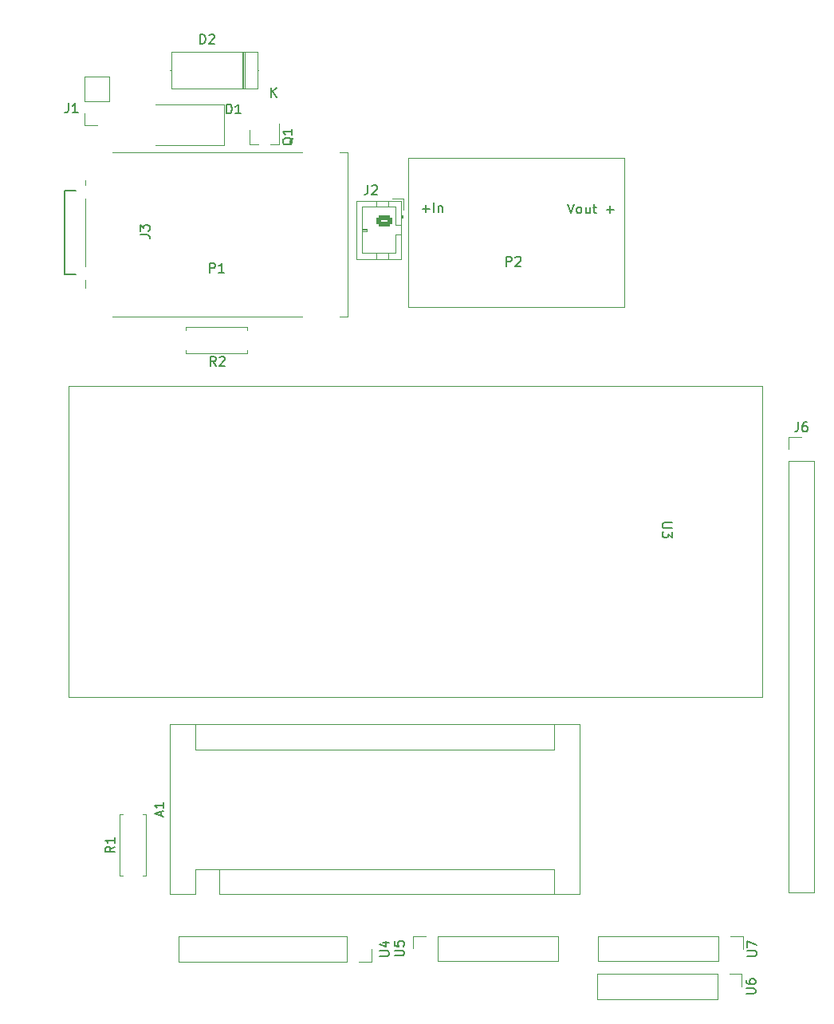
<source format=gto>
G04 #@! TF.GenerationSoftware,KiCad,Pcbnew,(6.0.6)*
G04 #@! TF.CreationDate,2022-07-04T23:33:01+02:00*
G04 #@! TF.ProjectId,vogelhuisje_kicad,766f6765-6c68-4756-9973-6a655f6b6963,rev?*
G04 #@! TF.SameCoordinates,Original*
G04 #@! TF.FileFunction,Legend,Top*
G04 #@! TF.FilePolarity,Positive*
%FSLAX46Y46*%
G04 Gerber Fmt 4.6, Leading zero omitted, Abs format (unit mm)*
G04 Created by KiCad (PCBNEW (6.0.6)) date 2022-07-04 23:33:01*
%MOMM*%
%LPD*%
G01*
G04 APERTURE LIST*
G04 Aperture macros list*
%AMRoundRect*
0 Rectangle with rounded corners*
0 $1 Rounding radius*
0 $2 $3 $4 $5 $6 $7 $8 $9 X,Y pos of 4 corners*
0 Add a 4 corners polygon primitive as box body*
4,1,4,$2,$3,$4,$5,$6,$7,$8,$9,$2,$3,0*
0 Add four circle primitives for the rounded corners*
1,1,$1+$1,$2,$3*
1,1,$1+$1,$4,$5*
1,1,$1+$1,$6,$7*
1,1,$1+$1,$8,$9*
0 Add four rect primitives between the rounded corners*
20,1,$1+$1,$2,$3,$4,$5,0*
20,1,$1+$1,$4,$5,$6,$7,0*
20,1,$1+$1,$6,$7,$8,$9,0*
20,1,$1+$1,$8,$9,$2,$3,0*%
G04 Aperture macros list end*
%ADD10C,0.150000*%
%ADD11C,0.120000*%
%ADD12C,0.200000*%
%ADD13C,0.010000*%
%ADD14R,1.700000X1.700000*%
%ADD15O,1.700000X1.700000*%
%ADD16R,1.200000X0.700000*%
%ADD17R,1.200000X0.760000*%
%ADD18R,1.200000X0.800000*%
%ADD19R,3.500000X2.300000*%
%ADD20R,4.000000X4.000000*%
%ADD21C,3.000000*%
%ADD22C,1.600000*%
%ADD23O,1.600000X1.600000*%
%ADD24RoundRect,0.250000X-0.625000X0.350000X-0.625000X-0.350000X0.625000X-0.350000X0.625000X0.350000X0*%
%ADD25O,1.750000X1.200000*%
%ADD26R,0.800000X0.900000*%
%ADD27R,2.800000X2.800000*%
%ADD28O,2.800000X2.800000*%
%ADD29C,7.600000*%
%ADD30R,1.600000X1.600000*%
%ADD31C,1.524000*%
G04 APERTURE END LIST*
D10*
X73166666Y-80252380D02*
X73166666Y-80966666D01*
X73119047Y-81109523D01*
X73023809Y-81204761D01*
X72880952Y-81252380D01*
X72785714Y-81252380D01*
X74166666Y-81252380D02*
X73595238Y-81252380D01*
X73880952Y-81252380D02*
X73880952Y-80252380D01*
X73785714Y-80395238D01*
X73690476Y-80490476D01*
X73595238Y-80538095D01*
X80787380Y-94188333D02*
X81501666Y-94188333D01*
X81644523Y-94235952D01*
X81739761Y-94331190D01*
X81787380Y-94474047D01*
X81787380Y-94569285D01*
X80787380Y-93807380D02*
X80787380Y-93188333D01*
X81168333Y-93521666D01*
X81168333Y-93378809D01*
X81215952Y-93283571D01*
X81263571Y-93235952D01*
X81358809Y-93188333D01*
X81596904Y-93188333D01*
X81692142Y-93235952D01*
X81739761Y-93283571D01*
X81787380Y-93378809D01*
X81787380Y-93664523D01*
X81739761Y-93759761D01*
X81692142Y-93807380D01*
X89961904Y-81352380D02*
X89961904Y-80352380D01*
X90200000Y-80352380D01*
X90342857Y-80400000D01*
X90438095Y-80495238D01*
X90485714Y-80590476D01*
X90533333Y-80780952D01*
X90533333Y-80923809D01*
X90485714Y-81114285D01*
X90438095Y-81209523D01*
X90342857Y-81304761D01*
X90200000Y-81352380D01*
X89961904Y-81352380D01*
X91485714Y-81352380D02*
X90914285Y-81352380D01*
X91200000Y-81352380D02*
X91200000Y-80352380D01*
X91104761Y-80495238D01*
X91009523Y-80590476D01*
X90914285Y-80638095D01*
X88191904Y-98222380D02*
X88191904Y-97222380D01*
X88572857Y-97222380D01*
X88668095Y-97270000D01*
X88715714Y-97317619D01*
X88763333Y-97412857D01*
X88763333Y-97555714D01*
X88715714Y-97650952D01*
X88668095Y-97698571D01*
X88572857Y-97746190D01*
X88191904Y-97746190D01*
X89715714Y-98222380D02*
X89144285Y-98222380D01*
X89430000Y-98222380D02*
X89430000Y-97222380D01*
X89334761Y-97365238D01*
X89239523Y-97460476D01*
X89144285Y-97508095D01*
X119681904Y-97537380D02*
X119681904Y-96537380D01*
X120062857Y-96537380D01*
X120158095Y-96585000D01*
X120205714Y-96632619D01*
X120253333Y-96727857D01*
X120253333Y-96870714D01*
X120205714Y-96965952D01*
X120158095Y-97013571D01*
X120062857Y-97061190D01*
X119681904Y-97061190D01*
X120634285Y-96632619D02*
X120681904Y-96585000D01*
X120777142Y-96537380D01*
X121015238Y-96537380D01*
X121110476Y-96585000D01*
X121158095Y-96632619D01*
X121205714Y-96727857D01*
X121205714Y-96823095D01*
X121158095Y-96965952D01*
X120586666Y-97537380D01*
X121205714Y-97537380D01*
X110748571Y-91456428D02*
X111510476Y-91456428D01*
X111129523Y-91837380D02*
X111129523Y-91075476D01*
X111986666Y-91837380D02*
X111986666Y-90837380D01*
X112462857Y-91170714D02*
X112462857Y-91837380D01*
X112462857Y-91265952D02*
X112510476Y-91218333D01*
X112605714Y-91170714D01*
X112748571Y-91170714D01*
X112843809Y-91218333D01*
X112891428Y-91313571D01*
X112891428Y-91837380D01*
X126196190Y-90937380D02*
X126529523Y-91937380D01*
X126862857Y-90937380D01*
X127339047Y-91937380D02*
X127243809Y-91889761D01*
X127196190Y-91842142D01*
X127148571Y-91746904D01*
X127148571Y-91461190D01*
X127196190Y-91365952D01*
X127243809Y-91318333D01*
X127339047Y-91270714D01*
X127481904Y-91270714D01*
X127577142Y-91318333D01*
X127624761Y-91365952D01*
X127672380Y-91461190D01*
X127672380Y-91746904D01*
X127624761Y-91842142D01*
X127577142Y-91889761D01*
X127481904Y-91937380D01*
X127339047Y-91937380D01*
X128529523Y-91270714D02*
X128529523Y-91937380D01*
X128100952Y-91270714D02*
X128100952Y-91794523D01*
X128148571Y-91889761D01*
X128243809Y-91937380D01*
X128386666Y-91937380D01*
X128481904Y-91889761D01*
X128529523Y-91842142D01*
X128862857Y-91270714D02*
X129243809Y-91270714D01*
X129005714Y-90937380D02*
X129005714Y-91794523D01*
X129053333Y-91889761D01*
X129148571Y-91937380D01*
X129243809Y-91937380D01*
X130339047Y-91556428D02*
X131100952Y-91556428D01*
X130720000Y-91937380D02*
X130720000Y-91175476D01*
X88833333Y-108152380D02*
X88500000Y-107676190D01*
X88261904Y-108152380D02*
X88261904Y-107152380D01*
X88642857Y-107152380D01*
X88738095Y-107200000D01*
X88785714Y-107247619D01*
X88833333Y-107342857D01*
X88833333Y-107485714D01*
X88785714Y-107580952D01*
X88738095Y-107628571D01*
X88642857Y-107676190D01*
X88261904Y-107676190D01*
X89214285Y-107247619D02*
X89261904Y-107200000D01*
X89357142Y-107152380D01*
X89595238Y-107152380D01*
X89690476Y-107200000D01*
X89738095Y-107247619D01*
X89785714Y-107342857D01*
X89785714Y-107438095D01*
X89738095Y-107580952D01*
X89166666Y-108152380D01*
X89785714Y-108152380D01*
X104966666Y-88952380D02*
X104966666Y-89666666D01*
X104919047Y-89809523D01*
X104823809Y-89904761D01*
X104680952Y-89952380D01*
X104585714Y-89952380D01*
X105395238Y-89047619D02*
X105442857Y-89000000D01*
X105538095Y-88952380D01*
X105776190Y-88952380D01*
X105871428Y-89000000D01*
X105919047Y-89047619D01*
X105966666Y-89142857D01*
X105966666Y-89238095D01*
X105919047Y-89380952D01*
X105347619Y-89952380D01*
X105966666Y-89952380D01*
X97027619Y-83915238D02*
X96980000Y-84010476D01*
X96884761Y-84105714D01*
X96741904Y-84248571D01*
X96694285Y-84343809D01*
X96694285Y-84439047D01*
X96932380Y-84391428D02*
X96884761Y-84486666D01*
X96789523Y-84581904D01*
X96599047Y-84629523D01*
X96265714Y-84629523D01*
X96075238Y-84581904D01*
X95980000Y-84486666D01*
X95932380Y-84391428D01*
X95932380Y-84200952D01*
X95980000Y-84105714D01*
X96075238Y-84010476D01*
X96265714Y-83962857D01*
X96599047Y-83962857D01*
X96789523Y-84010476D01*
X96884761Y-84105714D01*
X96932380Y-84200952D01*
X96932380Y-84391428D01*
X96932380Y-83010476D02*
X96932380Y-83581904D01*
X96932380Y-83296190D02*
X95932380Y-83296190D01*
X96075238Y-83391428D01*
X96170476Y-83486666D01*
X96218095Y-83581904D01*
X145132380Y-174786904D02*
X145941904Y-174786904D01*
X146037142Y-174739285D01*
X146084761Y-174691666D01*
X146132380Y-174596428D01*
X146132380Y-174405952D01*
X146084761Y-174310714D01*
X146037142Y-174263095D01*
X145941904Y-174215476D01*
X145132380Y-174215476D01*
X145132380Y-173310714D02*
X145132380Y-173501190D01*
X145180000Y-173596428D01*
X145227619Y-173644047D01*
X145370476Y-173739285D01*
X145560952Y-173786904D01*
X145941904Y-173786904D01*
X146037142Y-173739285D01*
X146084761Y-173691666D01*
X146132380Y-173596428D01*
X146132380Y-173405952D01*
X146084761Y-173310714D01*
X146037142Y-173263095D01*
X145941904Y-173215476D01*
X145703809Y-173215476D01*
X145608571Y-173263095D01*
X145560952Y-173310714D01*
X145513333Y-173405952D01*
X145513333Y-173596428D01*
X145560952Y-173691666D01*
X145608571Y-173739285D01*
X145703809Y-173786904D01*
X78082380Y-159166666D02*
X77606190Y-159500000D01*
X78082380Y-159738095D02*
X77082380Y-159738095D01*
X77082380Y-159357142D01*
X77130000Y-159261904D01*
X77177619Y-159214285D01*
X77272857Y-159166666D01*
X77415714Y-159166666D01*
X77510952Y-159214285D01*
X77558571Y-159261904D01*
X77606190Y-159357142D01*
X77606190Y-159738095D01*
X78082380Y-158214285D02*
X78082380Y-158785714D01*
X78082380Y-158500000D02*
X77082380Y-158500000D01*
X77225238Y-158595238D01*
X77320476Y-158690476D01*
X77368095Y-158785714D01*
X87161904Y-73952380D02*
X87161904Y-72952380D01*
X87400000Y-72952380D01*
X87542857Y-73000000D01*
X87638095Y-73095238D01*
X87685714Y-73190476D01*
X87733333Y-73380952D01*
X87733333Y-73523809D01*
X87685714Y-73714285D01*
X87638095Y-73809523D01*
X87542857Y-73904761D01*
X87400000Y-73952380D01*
X87161904Y-73952380D01*
X88114285Y-73047619D02*
X88161904Y-73000000D01*
X88257142Y-72952380D01*
X88495238Y-72952380D01*
X88590476Y-73000000D01*
X88638095Y-73047619D01*
X88685714Y-73142857D01*
X88685714Y-73238095D01*
X88638095Y-73380952D01*
X88066666Y-73952380D01*
X88685714Y-73952380D01*
X94738095Y-79582380D02*
X94738095Y-78582380D01*
X95309523Y-79582380D02*
X94880952Y-79010952D01*
X95309523Y-78582380D02*
X94738095Y-79153809D01*
X106222380Y-170811904D02*
X107031904Y-170811904D01*
X107127142Y-170764285D01*
X107174761Y-170716666D01*
X107222380Y-170621428D01*
X107222380Y-170430952D01*
X107174761Y-170335714D01*
X107127142Y-170288095D01*
X107031904Y-170240476D01*
X106222380Y-170240476D01*
X106555714Y-169335714D02*
X107222380Y-169335714D01*
X106174761Y-169573809D02*
X106889047Y-169811904D01*
X106889047Y-169192857D01*
X83011666Y-155929285D02*
X83011666Y-155453095D01*
X83297380Y-156024523D02*
X82297380Y-155691190D01*
X83297380Y-155357857D01*
X83297380Y-154500714D02*
X83297380Y-155072142D01*
X83297380Y-154786428D02*
X82297380Y-154786428D01*
X82440238Y-154881666D01*
X82535476Y-154976904D01*
X82583095Y-155072142D01*
X150666666Y-114122380D02*
X150666666Y-114836666D01*
X150619047Y-114979523D01*
X150523809Y-115074761D01*
X150380952Y-115122380D01*
X150285714Y-115122380D01*
X151571428Y-114122380D02*
X151380952Y-114122380D01*
X151285714Y-114170000D01*
X151238095Y-114217619D01*
X151142857Y-114360476D01*
X151095238Y-114550952D01*
X151095238Y-114931904D01*
X151142857Y-115027142D01*
X151190476Y-115074761D01*
X151285714Y-115122380D01*
X151476190Y-115122380D01*
X151571428Y-115074761D01*
X151619047Y-115027142D01*
X151666666Y-114931904D01*
X151666666Y-114693809D01*
X151619047Y-114598571D01*
X151571428Y-114550952D01*
X151476190Y-114503333D01*
X151285714Y-114503333D01*
X151190476Y-114550952D01*
X151142857Y-114598571D01*
X151095238Y-114693809D01*
X145257380Y-170786904D02*
X146066904Y-170786904D01*
X146162142Y-170739285D01*
X146209761Y-170691666D01*
X146257380Y-170596428D01*
X146257380Y-170405952D01*
X146209761Y-170310714D01*
X146162142Y-170263095D01*
X146066904Y-170215476D01*
X145257380Y-170215476D01*
X145257380Y-169834523D02*
X145257380Y-169167857D01*
X146257380Y-169596428D01*
X107807380Y-170761904D02*
X108616904Y-170761904D01*
X108712142Y-170714285D01*
X108759761Y-170666666D01*
X108807380Y-170571428D01*
X108807380Y-170380952D01*
X108759761Y-170285714D01*
X108712142Y-170238095D01*
X108616904Y-170190476D01*
X107807380Y-170190476D01*
X107807380Y-169238095D02*
X107807380Y-169714285D01*
X108283571Y-169761904D01*
X108235952Y-169714285D01*
X108188333Y-169619047D01*
X108188333Y-169380952D01*
X108235952Y-169285714D01*
X108283571Y-169238095D01*
X108378809Y-169190476D01*
X108616904Y-169190476D01*
X108712142Y-169238095D01*
X108759761Y-169285714D01*
X108807380Y-169380952D01*
X108807380Y-169619047D01*
X108759761Y-169714285D01*
X108712142Y-169761904D01*
X137247619Y-124778095D02*
X136438095Y-124778095D01*
X136342857Y-124825714D01*
X136295238Y-124873333D01*
X136247619Y-124968571D01*
X136247619Y-125159047D01*
X136295238Y-125254285D01*
X136342857Y-125301904D01*
X136438095Y-125349523D01*
X137247619Y-125349523D01*
X137247619Y-125730476D02*
X137247619Y-126349523D01*
X136866666Y-126016190D01*
X136866666Y-126159047D01*
X136819047Y-126254285D01*
X136771428Y-126301904D01*
X136676190Y-126349523D01*
X136438095Y-126349523D01*
X136342857Y-126301904D01*
X136295238Y-126254285D01*
X136247619Y-126159047D01*
X136247619Y-125873333D01*
X136295238Y-125778095D01*
X136342857Y-125730476D01*
X68666666Y-72952380D02*
X68333333Y-72476190D01*
X68095238Y-72952380D02*
X68095238Y-71952380D01*
X68476190Y-71952380D01*
X68571428Y-72000000D01*
X68619047Y-72047619D01*
X68666666Y-72142857D01*
X68666666Y-72285714D01*
X68619047Y-72380952D01*
X68571428Y-72428571D01*
X68476190Y-72476190D01*
X68095238Y-72476190D01*
X69095238Y-72428571D02*
X69428571Y-72428571D01*
X69571428Y-72952380D02*
X69095238Y-72952380D01*
X69095238Y-71952380D01*
X69571428Y-71952380D01*
X70333333Y-72428571D02*
X70000000Y-72428571D01*
X70000000Y-72952380D02*
X70000000Y-71952380D01*
X70476190Y-71952380D01*
X71000000Y-71952380D02*
X71000000Y-72190476D01*
X70761904Y-72095238D02*
X71000000Y-72190476D01*
X71238095Y-72095238D01*
X70857142Y-72380952D02*
X71000000Y-72190476D01*
X71142857Y-72380952D01*
X71761904Y-71952380D02*
X71761904Y-72190476D01*
X71523809Y-72095238D02*
X71761904Y-72190476D01*
X72000000Y-72095238D01*
X71619047Y-72380952D02*
X71761904Y-72190476D01*
X71904761Y-72380952D01*
D11*
X74870000Y-82610000D02*
X74870000Y-81280000D01*
X77530000Y-77410000D02*
X74870000Y-77410000D01*
X74870000Y-80010000D02*
X74870000Y-77410000D01*
X77530000Y-80010000D02*
X77530000Y-77410000D01*
X77530000Y-80010000D02*
X74870000Y-80010000D01*
X76200000Y-82610000D02*
X74870000Y-82610000D01*
D12*
X72800000Y-89510000D02*
X72800000Y-98450000D01*
X73950000Y-89510000D02*
X72800000Y-89510000D01*
X72800000Y-98450000D02*
X73950000Y-98450000D01*
D11*
X89690000Y-84700000D02*
X82390000Y-84700000D01*
X89690000Y-84700000D02*
X89690000Y-80400000D01*
X89690000Y-80400000D02*
X82390000Y-80400000D01*
X74930000Y-102870000D02*
X102830000Y-102870000D01*
X102830000Y-102870000D02*
X102830000Y-85470000D01*
X102830000Y-85470000D02*
X74930000Y-85470000D01*
X74930000Y-85470000D02*
X74930000Y-102870000D01*
X132220000Y-86085000D02*
X132220000Y-101885000D01*
X132220000Y-101885000D02*
X109220000Y-101885000D01*
X109220000Y-101885000D02*
X109220000Y-86085000D01*
X109220000Y-86085000D02*
X132220000Y-86085000D01*
X85630000Y-104370000D02*
X85630000Y-104040000D01*
X85630000Y-106450000D02*
X85630000Y-106780000D01*
X85630000Y-104040000D02*
X92170000Y-104040000D01*
X92170000Y-104040000D02*
X92170000Y-104370000D01*
X92170000Y-106780000D02*
X92170000Y-106450000D01*
X85630000Y-106780000D02*
X92170000Y-106780000D01*
X108490000Y-90650000D02*
X103770000Y-90650000D01*
X108590000Y-92410000D02*
X108590000Y-92110000D01*
X107180000Y-96770000D02*
X107180000Y-96160000D01*
X104880000Y-93810000D02*
X104380000Y-93810000D01*
X107880000Y-96160000D02*
X107880000Y-94210000D01*
X107880000Y-93210000D02*
X107880000Y-91260000D01*
X107880000Y-91260000D02*
X104380000Y-91260000D01*
X105880000Y-96770000D02*
X105880000Y-96160000D01*
X107180000Y-90650000D02*
X107180000Y-91260000D01*
X104380000Y-93610000D02*
X104880000Y-93610000D01*
X103770000Y-90650000D02*
X103770000Y-96770000D01*
X104880000Y-93610000D02*
X104880000Y-93810000D01*
X107880000Y-94210000D02*
X108490000Y-94210000D01*
X108690000Y-92110000D02*
X108490000Y-92110000D01*
X104380000Y-91260000D02*
X104380000Y-96160000D01*
X108790000Y-91600000D02*
X108790000Y-90350000D01*
X108790000Y-90350000D02*
X107540000Y-90350000D01*
X104380000Y-96160000D02*
X107880000Y-96160000D01*
X108490000Y-92410000D02*
X108690000Y-92410000D01*
X105880000Y-90650000D02*
X105880000Y-91260000D01*
X108490000Y-93210000D02*
X107880000Y-93210000D01*
X103770000Y-96770000D02*
X108490000Y-96770000D01*
X108490000Y-96770000D02*
X108490000Y-90650000D01*
X108690000Y-92410000D02*
X108690000Y-92110000D01*
X104380000Y-93710000D02*
X104880000Y-93710000D01*
X95560000Y-84580000D02*
X95560000Y-82420000D01*
X92400000Y-84580000D02*
X93330000Y-84580000D01*
X95560000Y-84580000D02*
X94630000Y-84580000D01*
X92400000Y-84580000D02*
X92400000Y-83120000D01*
X144680000Y-172695000D02*
X144680000Y-174025000D01*
X142080000Y-172695000D02*
X142080000Y-175355000D01*
X142080000Y-172695000D02*
X129320000Y-172695000D01*
X129320000Y-172695000D02*
X129320000Y-175355000D01*
X143350000Y-172695000D02*
X144680000Y-172695000D01*
X142080000Y-175355000D02*
X129320000Y-175355000D01*
X81370000Y-155730000D02*
X81040000Y-155730000D01*
X81040000Y-162270000D02*
X81370000Y-162270000D01*
X78960000Y-162270000D02*
X78630000Y-162270000D01*
X81370000Y-162270000D02*
X81370000Y-155730000D01*
X78630000Y-162270000D02*
X78630000Y-155730000D01*
X78630000Y-155730000D02*
X78960000Y-155730000D01*
X93360000Y-76730000D02*
X93220000Y-76730000D01*
X91765000Y-78700000D02*
X91765000Y-74760000D01*
X93220000Y-78700000D02*
X93220000Y-74760000D01*
X83940000Y-76730000D02*
X84080000Y-76730000D01*
X91645000Y-78700000D02*
X91645000Y-74760000D01*
X93220000Y-74760000D02*
X84080000Y-74760000D01*
X91885000Y-78700000D02*
X91885000Y-74760000D01*
X84080000Y-78700000D02*
X93220000Y-78700000D01*
X84080000Y-74760000D02*
X84080000Y-78700000D01*
X84890000Y-168720000D02*
X84890000Y-171380000D01*
X102730000Y-168720000D02*
X102730000Y-171380000D01*
X102730000Y-171380000D02*
X84890000Y-171380000D01*
X105330000Y-171380000D02*
X104000000Y-171380000D01*
X102730000Y-168720000D02*
X84890000Y-168720000D01*
X105330000Y-170050000D02*
X105330000Y-171380000D01*
X127425000Y-164235000D02*
X127425000Y-146195000D01*
X127425000Y-146195000D02*
X83985000Y-146195000D01*
X83985000Y-146195000D02*
X83985000Y-164235000D01*
X89195000Y-161565000D02*
X124755000Y-161565000D01*
X89195000Y-164235000D02*
X127425000Y-164235000D01*
X86655000Y-148865000D02*
X124755000Y-148865000D01*
X86655000Y-148865000D02*
X86655000Y-146195000D01*
X124755000Y-148865000D02*
X124755000Y-146195000D01*
X83985000Y-164235000D02*
X86655000Y-164235000D01*
X89195000Y-161565000D02*
X86655000Y-161565000D01*
X124755000Y-161565000D02*
X124755000Y-164235000D01*
X86655000Y-161565000D02*
X86655000Y-164235000D01*
X89195000Y-161565000D02*
X89195000Y-164235000D01*
X149670000Y-164050000D02*
X152330000Y-164050000D01*
X152330000Y-118270000D02*
X152330000Y-164050000D01*
X149670000Y-118270000D02*
X152330000Y-118270000D01*
X149670000Y-117000000D02*
X149670000Y-115670000D01*
X149670000Y-115670000D02*
X151000000Y-115670000D01*
X149670000Y-118270000D02*
X149670000Y-164050000D01*
X142205000Y-168695000D02*
X129445000Y-168695000D01*
X142205000Y-168695000D02*
X142205000Y-171355000D01*
X129445000Y-168695000D02*
X129445000Y-171355000D01*
X144805000Y-168695000D02*
X144805000Y-170025000D01*
X142205000Y-171355000D02*
X129445000Y-171355000D01*
X143475000Y-168695000D02*
X144805000Y-168695000D01*
X125155000Y-171330000D02*
X125155000Y-168670000D01*
X112395000Y-168670000D02*
X125155000Y-168670000D01*
X109795000Y-170000000D02*
X109795000Y-168670000D01*
X112395000Y-171330000D02*
X112395000Y-168670000D01*
X112395000Y-171330000D02*
X125155000Y-171330000D01*
X109795000Y-168670000D02*
X111125000Y-168670000D01*
X146860000Y-110300000D02*
X73200000Y-110300000D01*
X73200000Y-110300000D02*
X73200000Y-143320000D01*
X73200000Y-143320000D02*
X146860000Y-143320000D01*
X146860000Y-143320000D02*
X146860000Y-110300000D01*
%LPC*%
G36*
X75734000Y-97651000D02*
G01*
X75768000Y-97654000D01*
X75802000Y-97658000D01*
X75835000Y-97664000D01*
X75868000Y-97672000D01*
X75901000Y-97682000D01*
X75933000Y-97693000D01*
X75964000Y-97706000D01*
X75995000Y-97721000D01*
X76025000Y-97737000D01*
X76054000Y-97755000D01*
X76082000Y-97774000D01*
X76109000Y-97795000D01*
X76135000Y-97817000D01*
X76160000Y-97840000D01*
X76183000Y-97865000D01*
X76205000Y-97891000D01*
X76226000Y-97918000D01*
X76245000Y-97946000D01*
X76263000Y-97975000D01*
X76279000Y-98005000D01*
X76294000Y-98036000D01*
X76307000Y-98067000D01*
X76318000Y-98099000D01*
X76328000Y-98132000D01*
X76336000Y-98165000D01*
X76342000Y-98198000D01*
X76346000Y-98232000D01*
X76349000Y-98266000D01*
X76350000Y-98300000D01*
X76349000Y-98334000D01*
X76346000Y-98368000D01*
X76342000Y-98402000D01*
X76336000Y-98435000D01*
X76328000Y-98468000D01*
X76318000Y-98501000D01*
X76307000Y-98533000D01*
X76294000Y-98564000D01*
X76279000Y-98595000D01*
X76263000Y-98625000D01*
X76245000Y-98654000D01*
X76226000Y-98682000D01*
X76205000Y-98709000D01*
X76183000Y-98735000D01*
X76160000Y-98760000D01*
X76135000Y-98783000D01*
X76109000Y-98805000D01*
X76082000Y-98826000D01*
X76054000Y-98845000D01*
X76025000Y-98863000D01*
X75995000Y-98879000D01*
X75964000Y-98894000D01*
X75933000Y-98907000D01*
X75901000Y-98918000D01*
X75868000Y-98928000D01*
X75835000Y-98936000D01*
X75802000Y-98942000D01*
X75768000Y-98946000D01*
X75734000Y-98949000D01*
X75700000Y-98950000D01*
X75100000Y-98950000D01*
X75066000Y-98949000D01*
X75032000Y-98946000D01*
X74998000Y-98942000D01*
X74965000Y-98936000D01*
X74932000Y-98928000D01*
X74899000Y-98918000D01*
X74867000Y-98907000D01*
X74836000Y-98894000D01*
X74805000Y-98879000D01*
X74775000Y-98863000D01*
X74746000Y-98845000D01*
X74718000Y-98826000D01*
X74691000Y-98805000D01*
X74665000Y-98783000D01*
X74640000Y-98760000D01*
X74617000Y-98735000D01*
X74595000Y-98709000D01*
X74574000Y-98682000D01*
X74555000Y-98654000D01*
X74537000Y-98625000D01*
X74521000Y-98595000D01*
X74506000Y-98564000D01*
X74493000Y-98533000D01*
X74482000Y-98501000D01*
X74472000Y-98468000D01*
X74464000Y-98435000D01*
X74458000Y-98402000D01*
X74454000Y-98368000D01*
X74451000Y-98334000D01*
X74450000Y-98300000D01*
X74451000Y-98266000D01*
X74454000Y-98232000D01*
X74458000Y-98198000D01*
X74464000Y-98165000D01*
X74472000Y-98132000D01*
X74482000Y-98099000D01*
X74493000Y-98067000D01*
X74506000Y-98036000D01*
X74521000Y-98005000D01*
X74537000Y-97975000D01*
X74555000Y-97946000D01*
X74574000Y-97918000D01*
X74595000Y-97891000D01*
X74617000Y-97865000D01*
X74640000Y-97840000D01*
X74665000Y-97817000D01*
X74691000Y-97795000D01*
X74718000Y-97774000D01*
X74746000Y-97755000D01*
X74775000Y-97737000D01*
X74805000Y-97721000D01*
X74836000Y-97706000D01*
X74867000Y-97693000D01*
X74899000Y-97682000D01*
X74932000Y-97672000D01*
X74965000Y-97664000D01*
X74998000Y-97658000D01*
X75032000Y-97654000D01*
X75066000Y-97651000D01*
X75100000Y-97650000D01*
X75700000Y-97650000D01*
X75734000Y-97651000D01*
G37*
D13*
X75734000Y-97651000D02*
X75768000Y-97654000D01*
X75802000Y-97658000D01*
X75835000Y-97664000D01*
X75868000Y-97672000D01*
X75901000Y-97682000D01*
X75933000Y-97693000D01*
X75964000Y-97706000D01*
X75995000Y-97721000D01*
X76025000Y-97737000D01*
X76054000Y-97755000D01*
X76082000Y-97774000D01*
X76109000Y-97795000D01*
X76135000Y-97817000D01*
X76160000Y-97840000D01*
X76183000Y-97865000D01*
X76205000Y-97891000D01*
X76226000Y-97918000D01*
X76245000Y-97946000D01*
X76263000Y-97975000D01*
X76279000Y-98005000D01*
X76294000Y-98036000D01*
X76307000Y-98067000D01*
X76318000Y-98099000D01*
X76328000Y-98132000D01*
X76336000Y-98165000D01*
X76342000Y-98198000D01*
X76346000Y-98232000D01*
X76349000Y-98266000D01*
X76350000Y-98300000D01*
X76349000Y-98334000D01*
X76346000Y-98368000D01*
X76342000Y-98402000D01*
X76336000Y-98435000D01*
X76328000Y-98468000D01*
X76318000Y-98501000D01*
X76307000Y-98533000D01*
X76294000Y-98564000D01*
X76279000Y-98595000D01*
X76263000Y-98625000D01*
X76245000Y-98654000D01*
X76226000Y-98682000D01*
X76205000Y-98709000D01*
X76183000Y-98735000D01*
X76160000Y-98760000D01*
X76135000Y-98783000D01*
X76109000Y-98805000D01*
X76082000Y-98826000D01*
X76054000Y-98845000D01*
X76025000Y-98863000D01*
X75995000Y-98879000D01*
X75964000Y-98894000D01*
X75933000Y-98907000D01*
X75901000Y-98918000D01*
X75868000Y-98928000D01*
X75835000Y-98936000D01*
X75802000Y-98942000D01*
X75768000Y-98946000D01*
X75734000Y-98949000D01*
X75700000Y-98950000D01*
X75100000Y-98950000D01*
X75066000Y-98949000D01*
X75032000Y-98946000D01*
X74998000Y-98942000D01*
X74965000Y-98936000D01*
X74932000Y-98928000D01*
X74899000Y-98918000D01*
X74867000Y-98907000D01*
X74836000Y-98894000D01*
X74805000Y-98879000D01*
X74775000Y-98863000D01*
X74746000Y-98845000D01*
X74718000Y-98826000D01*
X74691000Y-98805000D01*
X74665000Y-98783000D01*
X74640000Y-98760000D01*
X74617000Y-98735000D01*
X74595000Y-98709000D01*
X74574000Y-98682000D01*
X74555000Y-98654000D01*
X74537000Y-98625000D01*
X74521000Y-98595000D01*
X74506000Y-98564000D01*
X74493000Y-98533000D01*
X74482000Y-98501000D01*
X74472000Y-98468000D01*
X74464000Y-98435000D01*
X74458000Y-98402000D01*
X74454000Y-98368000D01*
X74451000Y-98334000D01*
X74450000Y-98300000D01*
X74451000Y-98266000D01*
X74454000Y-98232000D01*
X74458000Y-98198000D01*
X74464000Y-98165000D01*
X74472000Y-98132000D01*
X74482000Y-98099000D01*
X74493000Y-98067000D01*
X74506000Y-98036000D01*
X74521000Y-98005000D01*
X74537000Y-97975000D01*
X74555000Y-97946000D01*
X74574000Y-97918000D01*
X74595000Y-97891000D01*
X74617000Y-97865000D01*
X74640000Y-97840000D01*
X74665000Y-97817000D01*
X74691000Y-97795000D01*
X74718000Y-97774000D01*
X74746000Y-97755000D01*
X74775000Y-97737000D01*
X74805000Y-97721000D01*
X74836000Y-97706000D01*
X74867000Y-97693000D01*
X74899000Y-97682000D01*
X74932000Y-97672000D01*
X74965000Y-97664000D01*
X74998000Y-97658000D01*
X75032000Y-97654000D01*
X75066000Y-97651000D01*
X75100000Y-97650000D01*
X75700000Y-97650000D01*
X75734000Y-97651000D01*
G36*
X79534000Y-89011000D02*
G01*
X79568000Y-89014000D01*
X79602000Y-89018000D01*
X79635000Y-89024000D01*
X79668000Y-89032000D01*
X79701000Y-89042000D01*
X79733000Y-89053000D01*
X79764000Y-89066000D01*
X79795000Y-89081000D01*
X79825000Y-89097000D01*
X79854000Y-89115000D01*
X79882000Y-89134000D01*
X79909000Y-89155000D01*
X79935000Y-89177000D01*
X79960000Y-89200000D01*
X79983000Y-89225000D01*
X80005000Y-89251000D01*
X80026000Y-89278000D01*
X80045000Y-89306000D01*
X80063000Y-89335000D01*
X80079000Y-89365000D01*
X80094000Y-89396000D01*
X80107000Y-89427000D01*
X80118000Y-89459000D01*
X80128000Y-89492000D01*
X80136000Y-89525000D01*
X80142000Y-89558000D01*
X80146000Y-89592000D01*
X80149000Y-89626000D01*
X80150000Y-89660000D01*
X80149000Y-89694000D01*
X80146000Y-89728000D01*
X80142000Y-89762000D01*
X80136000Y-89795000D01*
X80128000Y-89828000D01*
X80118000Y-89861000D01*
X80107000Y-89893000D01*
X80094000Y-89924000D01*
X80079000Y-89955000D01*
X80063000Y-89985000D01*
X80045000Y-90014000D01*
X80026000Y-90042000D01*
X80005000Y-90069000D01*
X79983000Y-90095000D01*
X79960000Y-90120000D01*
X79935000Y-90143000D01*
X79909000Y-90165000D01*
X79882000Y-90186000D01*
X79854000Y-90205000D01*
X79825000Y-90223000D01*
X79795000Y-90239000D01*
X79764000Y-90254000D01*
X79733000Y-90267000D01*
X79701000Y-90278000D01*
X79668000Y-90288000D01*
X79635000Y-90296000D01*
X79602000Y-90302000D01*
X79568000Y-90306000D01*
X79534000Y-90309000D01*
X79500000Y-90310000D01*
X78900000Y-90310000D01*
X78866000Y-90309000D01*
X78832000Y-90306000D01*
X78798000Y-90302000D01*
X78765000Y-90296000D01*
X78732000Y-90288000D01*
X78699000Y-90278000D01*
X78667000Y-90267000D01*
X78636000Y-90254000D01*
X78605000Y-90239000D01*
X78575000Y-90223000D01*
X78546000Y-90205000D01*
X78518000Y-90186000D01*
X78491000Y-90165000D01*
X78465000Y-90143000D01*
X78440000Y-90120000D01*
X78417000Y-90095000D01*
X78395000Y-90069000D01*
X78374000Y-90042000D01*
X78355000Y-90014000D01*
X78337000Y-89985000D01*
X78321000Y-89955000D01*
X78306000Y-89924000D01*
X78293000Y-89893000D01*
X78282000Y-89861000D01*
X78272000Y-89828000D01*
X78264000Y-89795000D01*
X78258000Y-89762000D01*
X78254000Y-89728000D01*
X78251000Y-89694000D01*
X78250000Y-89660000D01*
X78251000Y-89626000D01*
X78254000Y-89592000D01*
X78258000Y-89558000D01*
X78264000Y-89525000D01*
X78272000Y-89492000D01*
X78282000Y-89459000D01*
X78293000Y-89427000D01*
X78306000Y-89396000D01*
X78321000Y-89365000D01*
X78337000Y-89335000D01*
X78355000Y-89306000D01*
X78374000Y-89278000D01*
X78395000Y-89251000D01*
X78417000Y-89225000D01*
X78440000Y-89200000D01*
X78465000Y-89177000D01*
X78491000Y-89155000D01*
X78518000Y-89134000D01*
X78546000Y-89115000D01*
X78575000Y-89097000D01*
X78605000Y-89081000D01*
X78636000Y-89066000D01*
X78667000Y-89053000D01*
X78699000Y-89042000D01*
X78732000Y-89032000D01*
X78765000Y-89024000D01*
X78798000Y-89018000D01*
X78832000Y-89014000D01*
X78866000Y-89011000D01*
X78900000Y-89010000D01*
X79500000Y-89010000D01*
X79534000Y-89011000D01*
G37*
X79534000Y-89011000D02*
X79568000Y-89014000D01*
X79602000Y-89018000D01*
X79635000Y-89024000D01*
X79668000Y-89032000D01*
X79701000Y-89042000D01*
X79733000Y-89053000D01*
X79764000Y-89066000D01*
X79795000Y-89081000D01*
X79825000Y-89097000D01*
X79854000Y-89115000D01*
X79882000Y-89134000D01*
X79909000Y-89155000D01*
X79935000Y-89177000D01*
X79960000Y-89200000D01*
X79983000Y-89225000D01*
X80005000Y-89251000D01*
X80026000Y-89278000D01*
X80045000Y-89306000D01*
X80063000Y-89335000D01*
X80079000Y-89365000D01*
X80094000Y-89396000D01*
X80107000Y-89427000D01*
X80118000Y-89459000D01*
X80128000Y-89492000D01*
X80136000Y-89525000D01*
X80142000Y-89558000D01*
X80146000Y-89592000D01*
X80149000Y-89626000D01*
X80150000Y-89660000D01*
X80149000Y-89694000D01*
X80146000Y-89728000D01*
X80142000Y-89762000D01*
X80136000Y-89795000D01*
X80128000Y-89828000D01*
X80118000Y-89861000D01*
X80107000Y-89893000D01*
X80094000Y-89924000D01*
X80079000Y-89955000D01*
X80063000Y-89985000D01*
X80045000Y-90014000D01*
X80026000Y-90042000D01*
X80005000Y-90069000D01*
X79983000Y-90095000D01*
X79960000Y-90120000D01*
X79935000Y-90143000D01*
X79909000Y-90165000D01*
X79882000Y-90186000D01*
X79854000Y-90205000D01*
X79825000Y-90223000D01*
X79795000Y-90239000D01*
X79764000Y-90254000D01*
X79733000Y-90267000D01*
X79701000Y-90278000D01*
X79668000Y-90288000D01*
X79635000Y-90296000D01*
X79602000Y-90302000D01*
X79568000Y-90306000D01*
X79534000Y-90309000D01*
X79500000Y-90310000D01*
X78900000Y-90310000D01*
X78866000Y-90309000D01*
X78832000Y-90306000D01*
X78798000Y-90302000D01*
X78765000Y-90296000D01*
X78732000Y-90288000D01*
X78699000Y-90278000D01*
X78667000Y-90267000D01*
X78636000Y-90254000D01*
X78605000Y-90239000D01*
X78575000Y-90223000D01*
X78546000Y-90205000D01*
X78518000Y-90186000D01*
X78491000Y-90165000D01*
X78465000Y-90143000D01*
X78440000Y-90120000D01*
X78417000Y-90095000D01*
X78395000Y-90069000D01*
X78374000Y-90042000D01*
X78355000Y-90014000D01*
X78337000Y-89985000D01*
X78321000Y-89955000D01*
X78306000Y-89924000D01*
X78293000Y-89893000D01*
X78282000Y-89861000D01*
X78272000Y-89828000D01*
X78264000Y-89795000D01*
X78258000Y-89762000D01*
X78254000Y-89728000D01*
X78251000Y-89694000D01*
X78250000Y-89660000D01*
X78251000Y-89626000D01*
X78254000Y-89592000D01*
X78258000Y-89558000D01*
X78264000Y-89525000D01*
X78272000Y-89492000D01*
X78282000Y-89459000D01*
X78293000Y-89427000D01*
X78306000Y-89396000D01*
X78321000Y-89365000D01*
X78337000Y-89335000D01*
X78355000Y-89306000D01*
X78374000Y-89278000D01*
X78395000Y-89251000D01*
X78417000Y-89225000D01*
X78440000Y-89200000D01*
X78465000Y-89177000D01*
X78491000Y-89155000D01*
X78518000Y-89134000D01*
X78546000Y-89115000D01*
X78575000Y-89097000D01*
X78605000Y-89081000D01*
X78636000Y-89066000D01*
X78667000Y-89053000D01*
X78699000Y-89042000D01*
X78732000Y-89032000D01*
X78765000Y-89024000D01*
X78798000Y-89018000D01*
X78832000Y-89014000D01*
X78866000Y-89011000D01*
X78900000Y-89010000D01*
X79500000Y-89010000D01*
X79534000Y-89011000D01*
G36*
X79534000Y-97651000D02*
G01*
X79568000Y-97654000D01*
X79602000Y-97658000D01*
X79635000Y-97664000D01*
X79668000Y-97672000D01*
X79701000Y-97682000D01*
X79733000Y-97693000D01*
X79764000Y-97706000D01*
X79795000Y-97721000D01*
X79825000Y-97737000D01*
X79854000Y-97755000D01*
X79882000Y-97774000D01*
X79909000Y-97795000D01*
X79935000Y-97817000D01*
X79960000Y-97840000D01*
X79983000Y-97865000D01*
X80005000Y-97891000D01*
X80026000Y-97918000D01*
X80045000Y-97946000D01*
X80063000Y-97975000D01*
X80079000Y-98005000D01*
X80094000Y-98036000D01*
X80107000Y-98067000D01*
X80118000Y-98099000D01*
X80128000Y-98132000D01*
X80136000Y-98165000D01*
X80142000Y-98198000D01*
X80146000Y-98232000D01*
X80149000Y-98266000D01*
X80150000Y-98300000D01*
X80149000Y-98334000D01*
X80146000Y-98368000D01*
X80142000Y-98402000D01*
X80136000Y-98435000D01*
X80128000Y-98468000D01*
X80118000Y-98501000D01*
X80107000Y-98533000D01*
X80094000Y-98564000D01*
X80079000Y-98595000D01*
X80063000Y-98625000D01*
X80045000Y-98654000D01*
X80026000Y-98682000D01*
X80005000Y-98709000D01*
X79983000Y-98735000D01*
X79960000Y-98760000D01*
X79935000Y-98783000D01*
X79909000Y-98805000D01*
X79882000Y-98826000D01*
X79854000Y-98845000D01*
X79825000Y-98863000D01*
X79795000Y-98879000D01*
X79764000Y-98894000D01*
X79733000Y-98907000D01*
X79701000Y-98918000D01*
X79668000Y-98928000D01*
X79635000Y-98936000D01*
X79602000Y-98942000D01*
X79568000Y-98946000D01*
X79534000Y-98949000D01*
X79500000Y-98950000D01*
X78900000Y-98950000D01*
X78866000Y-98949000D01*
X78832000Y-98946000D01*
X78798000Y-98942000D01*
X78765000Y-98936000D01*
X78732000Y-98928000D01*
X78699000Y-98918000D01*
X78667000Y-98907000D01*
X78636000Y-98894000D01*
X78605000Y-98879000D01*
X78575000Y-98863000D01*
X78546000Y-98845000D01*
X78518000Y-98826000D01*
X78491000Y-98805000D01*
X78465000Y-98783000D01*
X78440000Y-98760000D01*
X78417000Y-98735000D01*
X78395000Y-98709000D01*
X78374000Y-98682000D01*
X78355000Y-98654000D01*
X78337000Y-98625000D01*
X78321000Y-98595000D01*
X78306000Y-98564000D01*
X78293000Y-98533000D01*
X78282000Y-98501000D01*
X78272000Y-98468000D01*
X78264000Y-98435000D01*
X78258000Y-98402000D01*
X78254000Y-98368000D01*
X78251000Y-98334000D01*
X78250000Y-98300000D01*
X78251000Y-98266000D01*
X78254000Y-98232000D01*
X78258000Y-98198000D01*
X78264000Y-98165000D01*
X78272000Y-98132000D01*
X78282000Y-98099000D01*
X78293000Y-98067000D01*
X78306000Y-98036000D01*
X78321000Y-98005000D01*
X78337000Y-97975000D01*
X78355000Y-97946000D01*
X78374000Y-97918000D01*
X78395000Y-97891000D01*
X78417000Y-97865000D01*
X78440000Y-97840000D01*
X78465000Y-97817000D01*
X78491000Y-97795000D01*
X78518000Y-97774000D01*
X78546000Y-97755000D01*
X78575000Y-97737000D01*
X78605000Y-97721000D01*
X78636000Y-97706000D01*
X78667000Y-97693000D01*
X78699000Y-97682000D01*
X78732000Y-97672000D01*
X78765000Y-97664000D01*
X78798000Y-97658000D01*
X78832000Y-97654000D01*
X78866000Y-97651000D01*
X78900000Y-97650000D01*
X79500000Y-97650000D01*
X79534000Y-97651000D01*
G37*
X79534000Y-97651000D02*
X79568000Y-97654000D01*
X79602000Y-97658000D01*
X79635000Y-97664000D01*
X79668000Y-97672000D01*
X79701000Y-97682000D01*
X79733000Y-97693000D01*
X79764000Y-97706000D01*
X79795000Y-97721000D01*
X79825000Y-97737000D01*
X79854000Y-97755000D01*
X79882000Y-97774000D01*
X79909000Y-97795000D01*
X79935000Y-97817000D01*
X79960000Y-97840000D01*
X79983000Y-97865000D01*
X80005000Y-97891000D01*
X80026000Y-97918000D01*
X80045000Y-97946000D01*
X80063000Y-97975000D01*
X80079000Y-98005000D01*
X80094000Y-98036000D01*
X80107000Y-98067000D01*
X80118000Y-98099000D01*
X80128000Y-98132000D01*
X80136000Y-98165000D01*
X80142000Y-98198000D01*
X80146000Y-98232000D01*
X80149000Y-98266000D01*
X80150000Y-98300000D01*
X80149000Y-98334000D01*
X80146000Y-98368000D01*
X80142000Y-98402000D01*
X80136000Y-98435000D01*
X80128000Y-98468000D01*
X80118000Y-98501000D01*
X80107000Y-98533000D01*
X80094000Y-98564000D01*
X80079000Y-98595000D01*
X80063000Y-98625000D01*
X80045000Y-98654000D01*
X80026000Y-98682000D01*
X80005000Y-98709000D01*
X79983000Y-98735000D01*
X79960000Y-98760000D01*
X79935000Y-98783000D01*
X79909000Y-98805000D01*
X79882000Y-98826000D01*
X79854000Y-98845000D01*
X79825000Y-98863000D01*
X79795000Y-98879000D01*
X79764000Y-98894000D01*
X79733000Y-98907000D01*
X79701000Y-98918000D01*
X79668000Y-98928000D01*
X79635000Y-98936000D01*
X79602000Y-98942000D01*
X79568000Y-98946000D01*
X79534000Y-98949000D01*
X79500000Y-98950000D01*
X78900000Y-98950000D01*
X78866000Y-98949000D01*
X78832000Y-98946000D01*
X78798000Y-98942000D01*
X78765000Y-98936000D01*
X78732000Y-98928000D01*
X78699000Y-98918000D01*
X78667000Y-98907000D01*
X78636000Y-98894000D01*
X78605000Y-98879000D01*
X78575000Y-98863000D01*
X78546000Y-98845000D01*
X78518000Y-98826000D01*
X78491000Y-98805000D01*
X78465000Y-98783000D01*
X78440000Y-98760000D01*
X78417000Y-98735000D01*
X78395000Y-98709000D01*
X78374000Y-98682000D01*
X78355000Y-98654000D01*
X78337000Y-98625000D01*
X78321000Y-98595000D01*
X78306000Y-98564000D01*
X78293000Y-98533000D01*
X78282000Y-98501000D01*
X78272000Y-98468000D01*
X78264000Y-98435000D01*
X78258000Y-98402000D01*
X78254000Y-98368000D01*
X78251000Y-98334000D01*
X78250000Y-98300000D01*
X78251000Y-98266000D01*
X78254000Y-98232000D01*
X78258000Y-98198000D01*
X78264000Y-98165000D01*
X78272000Y-98132000D01*
X78282000Y-98099000D01*
X78293000Y-98067000D01*
X78306000Y-98036000D01*
X78321000Y-98005000D01*
X78337000Y-97975000D01*
X78355000Y-97946000D01*
X78374000Y-97918000D01*
X78395000Y-97891000D01*
X78417000Y-97865000D01*
X78440000Y-97840000D01*
X78465000Y-97817000D01*
X78491000Y-97795000D01*
X78518000Y-97774000D01*
X78546000Y-97755000D01*
X78575000Y-97737000D01*
X78605000Y-97721000D01*
X78636000Y-97706000D01*
X78667000Y-97693000D01*
X78699000Y-97682000D01*
X78732000Y-97672000D01*
X78765000Y-97664000D01*
X78798000Y-97658000D01*
X78832000Y-97654000D01*
X78866000Y-97651000D01*
X78900000Y-97650000D01*
X79500000Y-97650000D01*
X79534000Y-97651000D01*
G36*
X75734000Y-89011000D02*
G01*
X75768000Y-89014000D01*
X75802000Y-89018000D01*
X75835000Y-89024000D01*
X75868000Y-89032000D01*
X75901000Y-89042000D01*
X75933000Y-89053000D01*
X75964000Y-89066000D01*
X75995000Y-89081000D01*
X76025000Y-89097000D01*
X76054000Y-89115000D01*
X76082000Y-89134000D01*
X76109000Y-89155000D01*
X76135000Y-89177000D01*
X76160000Y-89200000D01*
X76183000Y-89225000D01*
X76205000Y-89251000D01*
X76226000Y-89278000D01*
X76245000Y-89306000D01*
X76263000Y-89335000D01*
X76279000Y-89365000D01*
X76294000Y-89396000D01*
X76307000Y-89427000D01*
X76318000Y-89459000D01*
X76328000Y-89492000D01*
X76336000Y-89525000D01*
X76342000Y-89558000D01*
X76346000Y-89592000D01*
X76349000Y-89626000D01*
X76350000Y-89660000D01*
X76349000Y-89694000D01*
X76346000Y-89728000D01*
X76342000Y-89762000D01*
X76336000Y-89795000D01*
X76328000Y-89828000D01*
X76318000Y-89861000D01*
X76307000Y-89893000D01*
X76294000Y-89924000D01*
X76279000Y-89955000D01*
X76263000Y-89985000D01*
X76245000Y-90014000D01*
X76226000Y-90042000D01*
X76205000Y-90069000D01*
X76183000Y-90095000D01*
X76160000Y-90120000D01*
X76135000Y-90143000D01*
X76109000Y-90165000D01*
X76082000Y-90186000D01*
X76054000Y-90205000D01*
X76025000Y-90223000D01*
X75995000Y-90239000D01*
X75964000Y-90254000D01*
X75933000Y-90267000D01*
X75901000Y-90278000D01*
X75868000Y-90288000D01*
X75835000Y-90296000D01*
X75802000Y-90302000D01*
X75768000Y-90306000D01*
X75734000Y-90309000D01*
X75700000Y-90310000D01*
X75100000Y-90310000D01*
X75066000Y-90309000D01*
X75032000Y-90306000D01*
X74998000Y-90302000D01*
X74965000Y-90296000D01*
X74932000Y-90288000D01*
X74899000Y-90278000D01*
X74867000Y-90267000D01*
X74836000Y-90254000D01*
X74805000Y-90239000D01*
X74775000Y-90223000D01*
X74746000Y-90205000D01*
X74718000Y-90186000D01*
X74691000Y-90165000D01*
X74665000Y-90143000D01*
X74640000Y-90120000D01*
X74617000Y-90095000D01*
X74595000Y-90069000D01*
X74574000Y-90042000D01*
X74555000Y-90014000D01*
X74537000Y-89985000D01*
X74521000Y-89955000D01*
X74506000Y-89924000D01*
X74493000Y-89893000D01*
X74482000Y-89861000D01*
X74472000Y-89828000D01*
X74464000Y-89795000D01*
X74458000Y-89762000D01*
X74454000Y-89728000D01*
X74451000Y-89694000D01*
X74450000Y-89660000D01*
X74451000Y-89626000D01*
X74454000Y-89592000D01*
X74458000Y-89558000D01*
X74464000Y-89525000D01*
X74472000Y-89492000D01*
X74482000Y-89459000D01*
X74493000Y-89427000D01*
X74506000Y-89396000D01*
X74521000Y-89365000D01*
X74537000Y-89335000D01*
X74555000Y-89306000D01*
X74574000Y-89278000D01*
X74595000Y-89251000D01*
X74617000Y-89225000D01*
X74640000Y-89200000D01*
X74665000Y-89177000D01*
X74691000Y-89155000D01*
X74718000Y-89134000D01*
X74746000Y-89115000D01*
X74775000Y-89097000D01*
X74805000Y-89081000D01*
X74836000Y-89066000D01*
X74867000Y-89053000D01*
X74899000Y-89042000D01*
X74932000Y-89032000D01*
X74965000Y-89024000D01*
X74998000Y-89018000D01*
X75032000Y-89014000D01*
X75066000Y-89011000D01*
X75100000Y-89010000D01*
X75700000Y-89010000D01*
X75734000Y-89011000D01*
G37*
X75734000Y-89011000D02*
X75768000Y-89014000D01*
X75802000Y-89018000D01*
X75835000Y-89024000D01*
X75868000Y-89032000D01*
X75901000Y-89042000D01*
X75933000Y-89053000D01*
X75964000Y-89066000D01*
X75995000Y-89081000D01*
X76025000Y-89097000D01*
X76054000Y-89115000D01*
X76082000Y-89134000D01*
X76109000Y-89155000D01*
X76135000Y-89177000D01*
X76160000Y-89200000D01*
X76183000Y-89225000D01*
X76205000Y-89251000D01*
X76226000Y-89278000D01*
X76245000Y-89306000D01*
X76263000Y-89335000D01*
X76279000Y-89365000D01*
X76294000Y-89396000D01*
X76307000Y-89427000D01*
X76318000Y-89459000D01*
X76328000Y-89492000D01*
X76336000Y-89525000D01*
X76342000Y-89558000D01*
X76346000Y-89592000D01*
X76349000Y-89626000D01*
X76350000Y-89660000D01*
X76349000Y-89694000D01*
X76346000Y-89728000D01*
X76342000Y-89762000D01*
X76336000Y-89795000D01*
X76328000Y-89828000D01*
X76318000Y-89861000D01*
X76307000Y-89893000D01*
X76294000Y-89924000D01*
X76279000Y-89955000D01*
X76263000Y-89985000D01*
X76245000Y-90014000D01*
X76226000Y-90042000D01*
X76205000Y-90069000D01*
X76183000Y-90095000D01*
X76160000Y-90120000D01*
X76135000Y-90143000D01*
X76109000Y-90165000D01*
X76082000Y-90186000D01*
X76054000Y-90205000D01*
X76025000Y-90223000D01*
X75995000Y-90239000D01*
X75964000Y-90254000D01*
X75933000Y-90267000D01*
X75901000Y-90278000D01*
X75868000Y-90288000D01*
X75835000Y-90296000D01*
X75802000Y-90302000D01*
X75768000Y-90306000D01*
X75734000Y-90309000D01*
X75700000Y-90310000D01*
X75100000Y-90310000D01*
X75066000Y-90309000D01*
X75032000Y-90306000D01*
X74998000Y-90302000D01*
X74965000Y-90296000D01*
X74932000Y-90288000D01*
X74899000Y-90278000D01*
X74867000Y-90267000D01*
X74836000Y-90254000D01*
X74805000Y-90239000D01*
X74775000Y-90223000D01*
X74746000Y-90205000D01*
X74718000Y-90186000D01*
X74691000Y-90165000D01*
X74665000Y-90143000D01*
X74640000Y-90120000D01*
X74617000Y-90095000D01*
X74595000Y-90069000D01*
X74574000Y-90042000D01*
X74555000Y-90014000D01*
X74537000Y-89985000D01*
X74521000Y-89955000D01*
X74506000Y-89924000D01*
X74493000Y-89893000D01*
X74482000Y-89861000D01*
X74472000Y-89828000D01*
X74464000Y-89795000D01*
X74458000Y-89762000D01*
X74454000Y-89728000D01*
X74451000Y-89694000D01*
X74450000Y-89660000D01*
X74451000Y-89626000D01*
X74454000Y-89592000D01*
X74458000Y-89558000D01*
X74464000Y-89525000D01*
X74472000Y-89492000D01*
X74482000Y-89459000D01*
X74493000Y-89427000D01*
X74506000Y-89396000D01*
X74521000Y-89365000D01*
X74537000Y-89335000D01*
X74555000Y-89306000D01*
X74574000Y-89278000D01*
X74595000Y-89251000D01*
X74617000Y-89225000D01*
X74640000Y-89200000D01*
X74665000Y-89177000D01*
X74691000Y-89155000D01*
X74718000Y-89134000D01*
X74746000Y-89115000D01*
X74775000Y-89097000D01*
X74805000Y-89081000D01*
X74836000Y-89066000D01*
X74867000Y-89053000D01*
X74899000Y-89042000D01*
X74932000Y-89032000D01*
X74965000Y-89024000D01*
X74998000Y-89018000D01*
X75032000Y-89014000D01*
X75066000Y-89011000D01*
X75100000Y-89010000D01*
X75700000Y-89010000D01*
X75734000Y-89011000D01*
D14*
X76200000Y-81280000D03*
D15*
X76200000Y-78740000D03*
D16*
X79280000Y-93480000D03*
D17*
X79280000Y-95500000D03*
D18*
X79280000Y-96730000D03*
D16*
X79280000Y-94480000D03*
D17*
X79280000Y-92460000D03*
D18*
X79280000Y-91230000D03*
D19*
X87790000Y-82550000D03*
X82390000Y-82550000D03*
D20*
X75930000Y-86470000D03*
X75930000Y-101870000D03*
X100030000Y-86470000D03*
X100030000Y-90870000D03*
X100030000Y-97470000D03*
X100030000Y-101870000D03*
D21*
X111920000Y-88885000D03*
X111920000Y-99085000D03*
X129520000Y-88885000D03*
X129520000Y-99085000D03*
D22*
X85090000Y-105410000D03*
D23*
X92710000Y-105410000D03*
D24*
X106680000Y-92710000D03*
D25*
X106680000Y-94710000D03*
D26*
X94930000Y-82820000D03*
X93030000Y-82820000D03*
X93980000Y-84820000D03*
D14*
X143350000Y-174025000D03*
D15*
X140810000Y-174025000D03*
X138270000Y-174025000D03*
X135730000Y-174025000D03*
X133190000Y-174025000D03*
X130650000Y-174025000D03*
D22*
X80000000Y-162810000D03*
D23*
X80000000Y-155190000D03*
D27*
X95000000Y-76730000D03*
D28*
X82300000Y-76730000D03*
D29*
X150000000Y-75000000D03*
D14*
X104000000Y-170050000D03*
D15*
X101460000Y-170050000D03*
X98920000Y-170050000D03*
X96380000Y-170050000D03*
X93840000Y-170050000D03*
X91300000Y-170050000D03*
X88760000Y-170050000D03*
X86220000Y-170050000D03*
D30*
X87925000Y-162835000D03*
D23*
X90465000Y-162835000D03*
X93005000Y-162835000D03*
X95545000Y-162835000D03*
X98085000Y-162835000D03*
X100625000Y-162835000D03*
X103165000Y-162835000D03*
X105705000Y-162835000D03*
X108245000Y-162835000D03*
X110785000Y-162835000D03*
X113325000Y-162835000D03*
X115865000Y-162835000D03*
X118405000Y-162835000D03*
X120945000Y-162835000D03*
X123485000Y-162835000D03*
X123485000Y-147595000D03*
X120945000Y-147595000D03*
X118405000Y-147595000D03*
X115865000Y-147595000D03*
X113325000Y-147595000D03*
X110785000Y-147595000D03*
X108245000Y-147595000D03*
X105705000Y-147595000D03*
X103165000Y-147595000D03*
X100625000Y-147595000D03*
X98085000Y-147595000D03*
X95545000Y-147595000D03*
X93005000Y-147595000D03*
X90465000Y-147595000D03*
X87925000Y-147595000D03*
D14*
X151000000Y-117000000D03*
D15*
X151000000Y-119540000D03*
X151000000Y-122080000D03*
X151000000Y-124620000D03*
X151000000Y-127160000D03*
X151000000Y-129700000D03*
X151000000Y-132240000D03*
X151000000Y-134780000D03*
X151000000Y-137320000D03*
X151000000Y-139860000D03*
X151000000Y-142400000D03*
X151000000Y-144940000D03*
X151000000Y-147480000D03*
X151000000Y-150020000D03*
X151000000Y-152560000D03*
X151000000Y-155100000D03*
X151000000Y-157640000D03*
X151000000Y-160180000D03*
X151000000Y-162720000D03*
D29*
X70000000Y-175000000D03*
X150000000Y-175000000D03*
D14*
X143475000Y-170025000D03*
D15*
X140935000Y-170025000D03*
X138395000Y-170025000D03*
X135855000Y-170025000D03*
X133315000Y-170025000D03*
X130775000Y-170025000D03*
D14*
X111125000Y-170000000D03*
D15*
X113665000Y-170000000D03*
X116205000Y-170000000D03*
X118745000Y-170000000D03*
X121285000Y-170000000D03*
X123825000Y-170000000D03*
D31*
X139200000Y-112840000D03*
X136660000Y-112840000D03*
X134120000Y-112840000D03*
X131580000Y-112840000D03*
X129040000Y-112840000D03*
X126500000Y-112840000D03*
X123960000Y-112840000D03*
X121420000Y-112840000D03*
X118880000Y-112840000D03*
X116340000Y-112840000D03*
X113800000Y-112840000D03*
X111260000Y-112840000D03*
X108720000Y-112840000D03*
X106180000Y-112840000D03*
X103640000Y-112840000D03*
X139200000Y-140780000D03*
X136660000Y-140780000D03*
X134120000Y-140780000D03*
X131580000Y-140780000D03*
X129040000Y-140780000D03*
X126500000Y-140780000D03*
X123960000Y-140780000D03*
X121420000Y-140780000D03*
X118880000Y-140780000D03*
X116340000Y-140780000D03*
X113800000Y-140780000D03*
X111260000Y-140780000D03*
X108720000Y-140780000D03*
X106180000Y-140780000D03*
X103640000Y-140780000D03*
X87140000Y-140780000D03*
X84600000Y-140780000D03*
X82060000Y-140780000D03*
X79520000Y-140780000D03*
D29*
X70000000Y-74000000D03*
M02*

</source>
